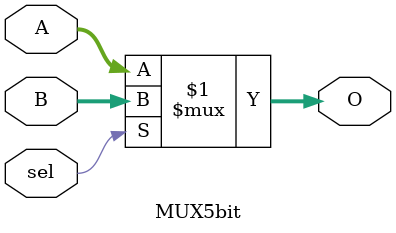
<source format=v>
`timescale 1ns / 1ps
module MUX5bit(
    input  [4:0] A,
    input  [4:0] B,
    input  sel,
    output [4:0] O
    );

assign O = (sel) ? B:A;

endmodule

</source>
